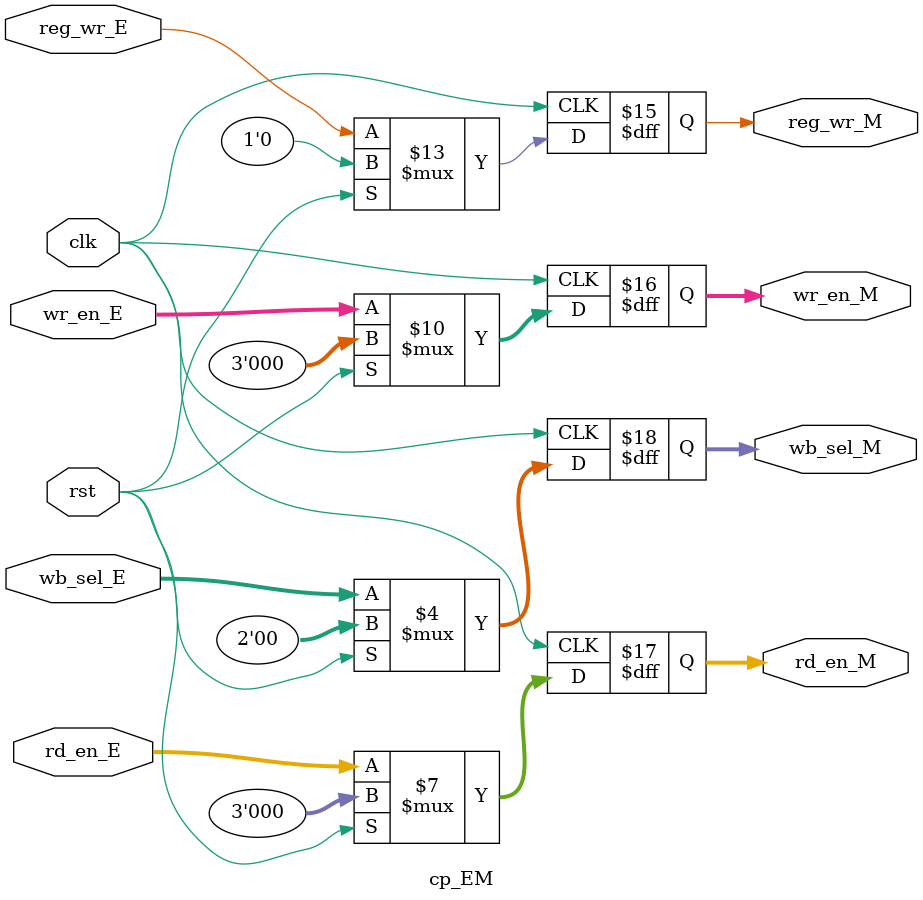
<source format=v>
module cp_EM (output reg reg_wr_M, output reg [2:0] wr_en_M, rd_en_M, output reg [1:0] wb_sel_M, input reg_wr_E, input [2:0] wr_en_E, rd_en_E, input [1:0] wb_sel_E, input clk, rst);
	always @(posedge clk ) begin
	   if(!rst) begin
            reg_wr_M<=reg_wr_E;
            wr_en_M<=wr_en_E;
            rd_en_M<=rd_en_E;
            wb_sel_M<= wb_sel_E;
	   end
	   else begin
            reg_wr_M<=0;
            wr_en_M<=0;
            rd_en_M<=0;
            wb_sel_M<=0;
	   
	   end
	end
endmodule
</source>
